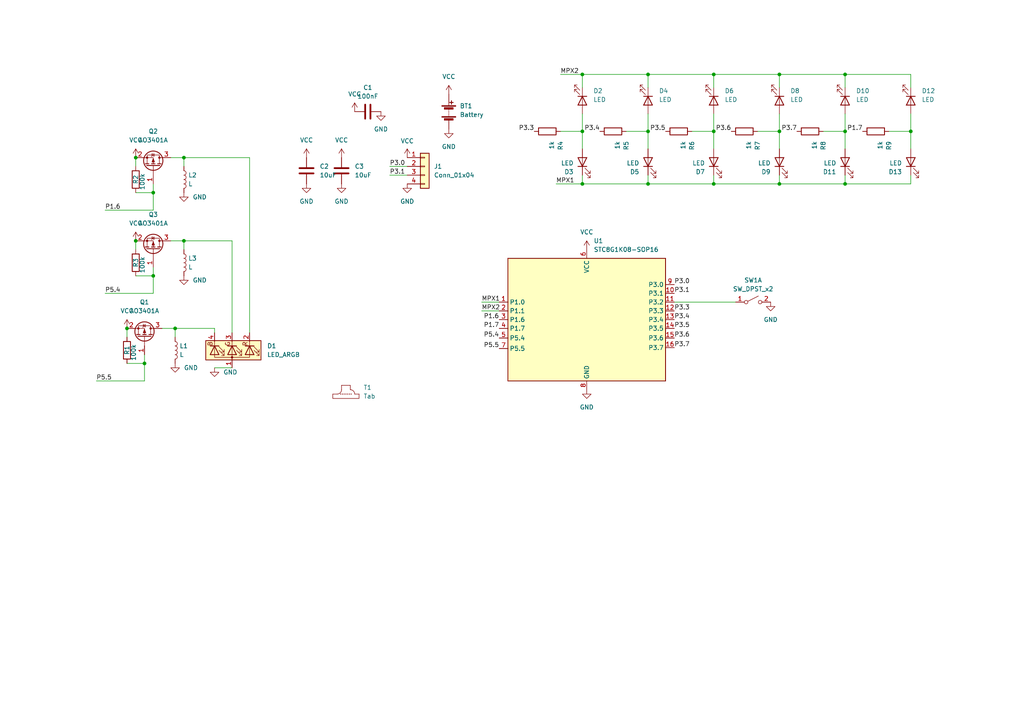
<source format=kicad_sch>
(kicad_sch (version 20211123) (generator eeschema)
  (paper "A4")
  (lib_symbols
    (symbol "Connector_Generic:Conn_01x04" (pin_names (offset 1.016) hide)
      (property "Reference" "J" (at 0 5.08 0))
      (property "Value" "Conn_01x04" (at 0 -7.62 0))
      (symbol "Conn_01x04_1_1"
        (rectangle (start -1.27 -4.953) (end 0 -5.207) (stroke (width 0.1524)))
        (rectangle (start -1.27 -2.413) (end 0 -2.667) (stroke (width 0.1524)))
        (rectangle (start -1.27 0.127) (end 0 -0.127) (stroke (width 0.1524)))
        (rectangle (start -1.27 2.667) (end 0 2.413) (stroke (width 0.1524)))
        (rectangle (start -1.27 3.81) (end 1.27 -6.35) (stroke (width 0.254)) (fill (type background)))
        (pin passive line (at -5.08 2.54 0) (length 3.81) (name "Pin_1") (number "1"))
        (pin passive line (at -5.08 0 0) (length 3.81) (name "Pin_2") (number "2"))
        (pin passive line (at -5.08 -2.54 0) (length 3.81) (name "Pin_3") (number "3"))
        (pin passive line (at -5.08 -5.08 0) (length 3.81) (name "Pin_4") (number "4"))
      )
    )
    (symbol "Device:Battery" (pin_numbers hide) (pin_names (offset 0) hide)
      (property "Reference" "BT" (at 2.54 2.54 0))
      (property "Value" "Battery" (at 2.54 0 0))
      (symbol "Battery_0_1"
        (rectangle (start -2.032 -1.397) (end 2.032 -1.651) (fill (type outline)))
        (rectangle (start -2.032 1.778) (end 2.032 1.524) (fill (type outline)))
        (rectangle (start -1.3208 -1.9812) (end 1.27 -2.4892) (fill (type outline)))
        (rectangle (start -1.3208 1.1938) (end 1.27 0.6858) (fill (type outline)))
        (polyline (pts (xy 0 -1.524) (xy 0 -1.27)))
        (polyline (pts (xy 0 -1.016) (xy 0 -0.762)))
        (polyline (pts (xy 0 -0.508) (xy 0 -0.254)))
        (polyline (pts (xy 0 0) (xy 0 0.254)))
        (polyline (pts (xy 0 0.508) (xy 0 0.762)))
        (polyline (pts (xy 0 1.778) (xy 0 2.54)))
        (polyline (pts (xy 0.254 2.667) (xy 1.27 2.667)) (stroke (width 0.254)))
        (polyline (pts (xy 0.762 3.175) (xy 0.762 2.159)) (stroke (width 0.254)))
      )
      (symbol "Battery_1_1"
        (pin passive line (at 0 5.08 270) (length 2.54) (name "+") (number "1"))
        (pin passive line (at 0 -5.08 90) (length 2.54) (name "-") (number "2"))
      )
    )
    (symbol "Device:C" (pin_numbers hide) (pin_names (offset 0.254))
      (property "Reference" "C" (at 0.635 2.54 0))
      (property "Value" "C" (at 0.635 -2.54 0))
      (symbol "C_0_1"
        (polyline (pts (xy -2.032 -0.762) (xy 2.032 -0.762)) (stroke (width 0.508)))
        (polyline (pts (xy -2.032 0.762) (xy 2.032 0.762)) (stroke (width 0.508)))
      )
      (symbol "C_1_1"
        (pin passive line (at 0 3.81 270) (length 2.794) (name "~") (number "1"))
        (pin passive line (at 0 -3.81 90) (length 2.794) (name "~") (number "2"))
      )
    )
    (symbol "Device:L" (pin_numbers hide) (pin_names (offset 1.016) hide)
      (property "Reference" "L" (at -1.27 0 90))
      (property "Value" "L" (at 1.905 0 90))
      (symbol "L_0_1"
        (arc (start 0 -2.54) (mid 0.635 -1.905) (end 0 -1.27))
        (arc (start 0 -1.27) (mid 0.635 -0.635) (end 0 0))
        (arc (start 0 0) (mid 0.635 0.635) (end 0 1.27))
        (arc (start 0 1.27) (mid 0.635 1.905) (end 0 2.54))
      )
      (symbol "L_1_1"
        (pin passive line (at 0 3.81 270) (length 1.27) (name "1") (number "1"))
        (pin passive line (at 0 -3.81 90) (length 1.27) (name "2") (number "2"))
      )
    )
    (symbol "Device:LED" (pin_numbers hide) (pin_names (offset 1.016) hide)
      (property "Reference" "D" (at 0 2.54 0))
      (property "Value" "LED" (at 0 -2.54 0))
      (symbol "LED_0_1"
        (polyline (pts (xy -1.27 -1.27) (xy -1.27 1.27)) (stroke (width 0.254)))
        (polyline (pts (xy -1.27 0) (xy 1.27 0)))
        (polyline (pts (xy 1.27 -1.27) (xy 1.27 1.27) (xy -1.27 0) (xy 1.27 -1.27)) (stroke (width 0.254)))
        (polyline (pts (xy -3.048 -0.762) (xy -4.572 -2.286) (xy -3.81 -2.286) (xy -4.572 -2.286) (xy -4.572 -1.524)))
        (polyline (pts (xy -1.778 -0.762) (xy -3.302 -2.286) (xy -2.54 -2.286) (xy -3.302 -2.286) (xy -3.302 -1.524)))
      )
      (symbol "LED_1_1"
        (pin passive line (at -3.81 0 0) (length 2.54) (name "K") (number "1"))
        (pin passive line (at 3.81 0 180) (length 2.54) (name "A") (number "2"))
      )
    )
    (symbol "Device:LED_ARGB" (pin_names (offset 0) hide)
      (property "Reference" "D" (at 0 9.398 0))
      (property "Value" "LED_ARGB" (at 0 -8.89 0))
      (symbol "LED_ARGB_0_0"
        (text "B" (at -1.905 -6.35 0) (effects (font (size 1.27 1.27))))
        (text "G" (at -1.905 -1.27 0) (effects (font (size 1.27 1.27))))
        (text "R" (at -1.905 3.81 0) (effects (font (size 1.27 1.27))))
      )
      (symbol "LED_ARGB_0_1"
        (polyline (pts (xy -1.27 -5.08) (xy -2.54 -5.08)))
        (polyline (pts (xy -1.27 -5.08) (xy 1.27 -5.08)))
        (polyline (pts (xy -1.27 -3.81) (xy -1.27 -6.35)) (stroke (width 0.254)))
        (polyline (pts (xy -1.27 0) (xy -2.54 0)))
        (polyline (pts (xy -1.27 1.27) (xy -1.27 -1.27)) (stroke (width 0.254)))
        (polyline (pts (xy -1.27 5.08) (xy -2.54 5.08)))
        (polyline (pts (xy -1.27 5.08) (xy 1.27 5.08)))
        (polyline (pts (xy -1.27 6.35) (xy -1.27 3.81)) (stroke (width 0.254)))
        (polyline (pts (xy 1.27 0) (xy -1.27 0)))
        (polyline (pts (xy 1.27 0) (xy 2.54 0)))
        (polyline (pts (xy -1.27 1.27) (xy -1.27 -1.27) (xy -1.27 -1.27)))
        (polyline (pts (xy -1.27 6.35) (xy -1.27 3.81) (xy -1.27 3.81)))
        (polyline (pts (xy 1.27 -5.08) (xy 2.032 -5.08) (xy 2.032 5.08) (xy 1.27 5.08)))
        (polyline (pts (xy 1.27 -3.81) (xy 1.27 -6.35) (xy -1.27 -5.08) (xy 1.27 -3.81)) (stroke (width 0.254)))
        (polyline (pts (xy 1.27 1.27) (xy 1.27 -1.27) (xy -1.27 0) (xy 1.27 1.27)) (stroke (width 0.254)))
        (polyline (pts (xy 1.27 6.35) (xy 1.27 3.81) (xy -1.27 5.08) (xy 1.27 6.35)) (stroke (width 0.254)))
        (polyline (pts (xy -1.016 -3.81) (xy 0.508 -2.286) (xy -0.254 -2.286) (xy 0.508 -2.286) (xy 0.508 -3.048)))
        (polyline (pts (xy -1.016 1.27) (xy 0.508 2.794) (xy -0.254 2.794) (xy 0.508 2.794) (xy 0.508 2.032)))
        (polyline (pts (xy -1.016 6.35) (xy 0.508 7.874) (xy -0.254 7.874) (xy 0.508 7.874) (xy 0.508 7.112)))
        (polyline (pts (xy 0 -3.81) (xy 1.524 -2.286) (xy 0.762 -2.286) (xy 1.524 -2.286) (xy 1.524 -3.048)))
        (polyline (pts (xy 0 1.27) (xy 1.524 2.794) (xy 0.762 2.794) (xy 1.524 2.794) (xy 1.524 2.032)))
        (polyline (pts (xy 0 6.35) (xy 1.524 7.874) (xy 0.762 7.874) (xy 1.524 7.874) (xy 1.524 7.112)))
        (rectangle (start 1.27 -1.27) (end 1.27 1.27))
        (rectangle (start 1.27 1.27) (end 1.27 1.27))
        (rectangle (start 1.27 3.81) (end 1.27 6.35))
        (rectangle (start 1.27 6.35) (end 1.27 6.35))
        (circle (center 2.032 0) (radius 0.254) (fill (type outline)))
        (rectangle (start 2.794 8.382) (end -2.794 -7.62) (stroke (width 0.254)) (fill (type background)))
      )
      (symbol "LED_ARGB_1_1"
        (pin passive line (at 5.08 0 180) (length 2.54) (name "A") (number "1"))
        (pin passive line (at -5.08 5.08 0) (length 2.54) (name "RK") (number "2"))
        (pin passive line (at -5.08 0 0) (length 2.54) (name "GK") (number "3"))
        (pin passive line (at -5.08 -5.08 0) (length 2.54) (name "BK") (number "4"))
      )
    )
    (symbol "Device:R" (pin_numbers hide) (pin_names (offset 0))
      (property "Reference" "R" (at 2.032 0 90))
      (property "Value" "R" (at 0 0 90))
      (symbol "R_0_1"
        (rectangle (start -1.016 -2.54) (end 1.016 2.54) (stroke (width 0.254)))
      )
      (symbol "R_1_1"
        (pin passive line (at 0 3.81 270) (length 1.27) (name "~") (number "1"))
        (pin passive line (at 0 -3.81 90) (length 1.27) (name "~") (number "2"))
      )
    )
    (symbol "Switch:SW_DPST_x2" (pin_names (offset 0) hide)
      (property "Reference" "SW" (at 0 3.175 0))
      (property "Value" "SW_DPST_x2" (at 0 -2.54 0))
      (symbol "SW_DPST_x2_0_0"
        (circle (center -2.032 0) (radius 0.508))
        (polyline (pts (xy -1.524 0.254) (xy 1.524 1.778)))
        (circle (center 2.032 0) (radius 0.508))
      )
      (symbol "SW_DPST_x2_1_1"
        (pin passive line (at -5.08 0 0) (length 2.54) (name "A") (number "1"))
        (pin passive line (at 5.08 0 180) (length 2.54) (name "B") (number "2"))
      )
      (symbol "SW_DPST_x2_2_1"
        (pin passive line (at -5.08 0 0) (length 2.54) (name "A") (number "3"))
        (pin passive line (at 5.08 0 180) (length 2.54) (name "B") (number "4"))
      )
    )
    (symbol "Transistor_FET:AO3401A" (pin_names hide)
      (property "Reference" "Q" (at 5.08 1.905 0))
      (property "Value" "AO3401A" (at 5.08 0 0))
      (symbol "AO3401A_0_1"
        (polyline (pts (xy 0.254 0) (xy -2.54 0)))
        (polyline (pts (xy 0.254 1.905) (xy 0.254 -1.905)) (stroke (width 0.254)))
        (polyline (pts (xy 0.762 -1.27) (xy 0.762 -2.286)) (stroke (width 0.254)))
        (polyline (pts (xy 0.762 0.508) (xy 0.762 -0.508)) (stroke (width 0.254)))
        (polyline (pts (xy 0.762 2.286) (xy 0.762 1.27)) (stroke (width 0.254)))
        (polyline (pts (xy 2.54 2.54) (xy 2.54 1.778)))
        (polyline (pts (xy 2.54 -2.54) (xy 2.54 0) (xy 0.762 0)))
        (polyline (pts (xy 0.762 1.778) (xy 3.302 1.778) (xy 3.302 -1.778) (xy 0.762 -1.778)))
        (polyline (pts (xy 2.286 0) (xy 1.27 0.381) (xy 1.27 -0.381) (xy 2.286 0)) (fill (type outline)))
        (polyline (pts (xy 2.794 -0.508) (xy 2.921 -0.381) (xy 3.683 -0.381) (xy 3.81 -0.254)))
        (polyline (pts (xy 3.302 -0.381) (xy 2.921 0.254) (xy 3.683 0.254) (xy 3.302 -0.381)))
        (circle (center 1.651 0) (radius 2.794) (stroke (width 0.254)))
        (circle (center 2.54 -1.778) (radius 0.254) (fill (type outline)))
        (circle (center 2.54 1.778) (radius 0.254) (fill (type outline)))
      )
      (symbol "AO3401A_1_1"
        (pin input line (at -5.08 0 0) (length 2.54) (name "G") (number "1"))
        (pin passive line (at 2.54 -5.08 90) (length 2.54) (name "S") (number "2"))
        (pin passive line (at 2.54 5.08 270) (length 2.54) (name "D") (number "3"))
      )
    )
    (symbol "karifa:STC8G1K08-SOP16"
      (property "Reference" "U" (at -22.86 19.05 0))
      (property "Value" "STC8G1K08-SOP16" (at 1.27 19.05 0))
      (symbol "STC8G1K08-SOP16_0_1"
        (rectangle (start -22.86 17.78) (end 22.86 -17.78) (stroke (width 0.254)) (fill (type background)))
      )
      (symbol "STC8G1K08-SOP16_1_1"
        (pin bidirectional line (at -25.4 5.08 0) (length 2.54) (name "P1.0") (number "1"))
        (pin bidirectional line (at 25.4 7.62 180) (length 2.54) (name "P3.1") (number "10"))
        (pin bidirectional line (at 25.4 5.08 180) (length 2.54) (name "P3.2") (number "11"))
        (pin bidirectional line (at 25.4 2.54 180) (length 2.54) (name "P3.3") (number "12"))
        (pin bidirectional line (at 25.4 0 180) (length 2.54) (name "P3.4") (number "13"))
        (pin bidirectional line (at 25.4 -2.54 180) (length 2.54) (name "P3.5") (number "14"))
        (pin bidirectional line (at 25.4 -5.334 180) (length 2.54) (name "P3.6") (number "15"))
        (pin bidirectional line (at 25.4 -8.128 180) (length 2.54) (name "P3.7") (number "16"))
        (pin bidirectional line (at -25.4 2.54 0) (length 2.54) (name "P1.1") (number "2"))
        (pin bidirectional line (at -25.4 0 0) (length 2.54) (name "P1.6") (number "3"))
        (pin bidirectional line (at -25.4 -2.54 0) (length 2.54) (name "P1.7") (number "4"))
        (pin bidirectional line (at -25.4 -5.334 0) (length 2.54) (name "P5.4") (number "5"))
        (pin power_in line (at 0 20.32 270) (length 2.54) (name "VCC") (number "6"))
        (pin bidirectional line (at -25.4 -8.382 0) (length 2.54) (name "P5.5") (number "7"))
        (pin power_in line (at 0 -20.32 90) (length 2.54) (name "GND") (number "8"))
        (pin bidirectional line (at 25.4 10.16 180) (length 2.54) (name "P3.0") (number "9"))
      )
    )
    (symbol "kikit:Tab" (in_bom no)
      (property "Reference" "T" (at 0 3.81 0))
      (property "Value" "Tab" (at 0 -2.54 0))
      (symbol "Tab_0_1"
        (arc (start -2.54 0) (mid -1.642 0.372) (end -1.27 1.27) (stroke (width 0.1524)))
        (circle (center -1.524 0) (radius 0.0762) (stroke (width 0.1524)))
        (circle (center -1.016 0) (radius 0.0762) (stroke (width 0.1524)))
        (circle (center -0.508 0) (radius 0.0762) (stroke (width 0.1524)))
        (polyline (pts (xy -3.81 0) (xy -2.54 0)) (stroke (width 0.1524)))
        (polyline (pts (xy -1.27 1.27) (xy -1.27 2.54)) (stroke (width 0.1524)))
        (polyline (pts (xy 1.27 1.27) (xy 1.27 2.54)) (stroke (width 0.1524)))
        (polyline (pts (xy 1.27 2.54) (xy -1.27 2.54)) (stroke (width 0.1524)))
        (polyline (pts (xy 2.54 0) (xy 3.81 0)) (stroke (width 0.1524)))
        (polyline (pts (xy -3.81 0) (xy -3.81 -1.27) (xy 3.81 -1.27) (xy 3.81 0)) (stroke (width 0.1524)))
        (circle (center 0 0) (radius 0.0762) (stroke (width 0.1524)))
        (circle (center 0.508 0) (radius 0.0762) (stroke (width 0.1524)))
        (circle (center 1.016 0) (radius 0.0762) (stroke (width 0.1524)))
        (circle (center 1.524 0) (radius 0.0762) (stroke (width 0.1524)))
        (arc (start 2.54 0) (mid 3.438 2.168) (end 1.27 1.27) (stroke (width 0.1524)))
      )
    )
    (symbol "power:GND" (power) (pin_names (offset 0))
      (property "Value" "GND" (at 0 -3.81 0))
      (symbol "GND_0_1"
        (polyline (pts (xy 0 0) (xy 0 -1.27) (xy 1.27 -1.27) (xy 0 -2.54) (xy -1.27 -1.27) (xy 0 -1.27)))
      )
      (symbol "GND_1_1"
        (pin power_in line (at 0 0 270) (length 0) hide (name "GND") (number "1"))
      )
    )
    (symbol "power:VCC" (power) (pin_names (offset 0))
      (property "Value" "VCC" (at 0 3.81 0))
      (symbol "VCC_0_1"
        (polyline (pts (xy -0.762 1.27) (xy 0 2.54)))
        (polyline (pts (xy 0 0) (xy 0 2.54)))
        (polyline (pts (xy 0 2.54) (xy 0.762 1.27)))
      )
      (symbol "VCC_1_1"
        (pin power_in line (at 0 0 90) (length 0) hide (name "VCC") (number "1"))
      )
    )
  )
  (junction (at 36.83 95.25))
  (junction (at 168.91 38.1))
  (junction (at 245.11 21.59))
  (junction (at 39.37 45.72))
  (junction (at 245.11 53.34))
  (junction (at 50.8 95.25))
  (junction (at 207.01 53.34))
  (junction (at 264.16 38.1))
  (junction (at 44.45 80.01))
  (junction (at 207.01 38.1))
  (junction (at 226.06 38.1))
  (junction (at 39.37 69.85))
  (junction (at 44.45 55.88))
  (junction (at 168.91 21.59))
  (junction (at 53.34 45.72))
  (junction (at 226.06 21.59))
  (junction (at 41.91 105.41))
  (junction (at 187.96 38.1))
  (junction (at 187.96 21.59))
  (junction (at 245.11 38.1))
  (junction (at 226.06 53.34))
  (junction (at 53.34 69.85))
  (junction (at 187.96 53.34))
  (junction (at 168.91 53.34))
  (junction (at 207.01 21.59))
  (wire (pts (xy 187.96 21.59) (xy 168.91 21.59)))
  (wire (pts (xy 226.06 50.8) (xy 226.06 53.34)))
  (wire (pts (xy 245.11 33.02) (xy 245.11 38.1)))
  (wire (pts (xy 139.7 90.17) (xy 144.78 90.17)))
  (wire (pts (xy 207.01 33.02) (xy 207.01 38.1)))
  (wire (pts (xy 44.45 55.88) (xy 44.45 60.96)))
  (wire (pts (xy 226.06 33.02) (xy 226.06 38.1)))
  (wire (pts (xy 264.16 25.4) (xy 264.16 21.59)))
  (wire (pts (xy 139.7 87.63) (xy 144.78 87.63)))
  (wire (pts (xy 44.45 55.88) (xy 44.45 53.34)))
  (wire (pts (xy 36.83 105.41) (xy 41.91 105.41)))
  (wire (pts (xy 207.01 25.4) (xy 207.01 21.59)))
  (wire (pts (xy 53.34 69.85) (xy 53.34 72.39)))
  (wire (pts (xy 39.37 80.01) (xy 44.45 80.01)))
  (wire (pts (xy 49.53 45.72) (xy 53.34 45.72)))
  (wire (pts (xy 245.11 50.8) (xy 245.11 53.34)))
  (wire (pts (xy 53.34 69.85) (xy 67.31 69.85)))
  (wire (pts (xy 162.56 38.1) (xy 168.91 38.1)))
  (wire (pts (xy 162.56 21.59) (xy 168.91 21.59)))
  (wire (pts (xy 44.45 80.01) (xy 44.45 85.09)))
  (wire (pts (xy 226.06 25.4) (xy 226.06 21.59)))
  (wire (pts (xy 245.11 25.4) (xy 245.11 21.59)))
  (wire (pts (xy 36.83 95.25) (xy 36.83 97.79)))
  (wire (pts (xy 245.11 38.1) (xy 245.11 43.18)))
  (wire (pts (xy 39.37 69.85) (xy 39.37 72.39)))
  (wire (pts (xy 181.61 38.1) (xy 187.96 38.1)))
  (wire (pts (xy 113.03 50.8) (xy 118.11 50.8)))
  (wire (pts (xy 41.91 105.41) (xy 41.91 102.87)))
  (wire (pts (xy 30.48 60.96) (xy 44.45 60.96)))
  (wire (pts (xy 50.8 95.25) (xy 50.8 97.79)))
  (wire (pts (xy 168.91 53.34) (xy 187.96 53.34)))
  (wire (pts (xy 226.06 38.1) (xy 226.06 43.18)))
  (wire (pts (xy 238.76 38.1) (xy 245.11 38.1)))
  (wire (pts (xy 207.01 38.1) (xy 207.01 43.18)))
  (wire (pts (xy 39.37 55.88) (xy 44.45 55.88)))
  (wire (pts (xy 27.94 110.49) (xy 41.91 110.49)))
  (wire (pts (xy 46.99 95.25) (xy 50.8 95.25)))
  (wire (pts (xy 264.16 50.8) (xy 264.16 53.34)))
  (wire (pts (xy 245.11 21.59) (xy 226.06 21.59)))
  (wire (pts (xy 72.39 45.72) (xy 72.39 96.52)))
  (wire (pts (xy 207.01 53.34) (xy 226.06 53.34)))
  (wire (pts (xy 53.34 45.72) (xy 72.39 45.72)))
  (wire (pts (xy 187.96 53.34) (xy 207.01 53.34)))
  (wire (pts (xy 195.58 87.63) (xy 213.36 87.63)))
  (wire (pts (xy 219.71 38.1) (xy 226.06 38.1)))
  (wire (pts (xy 207.01 21.59) (xy 187.96 21.59)))
  (wire (pts (xy 49.53 69.85) (xy 53.34 69.85)))
  (wire (pts (xy 257.81 38.1) (xy 264.16 38.1)))
  (wire (pts (xy 161.29 53.34) (xy 168.91 53.34)))
  (wire (pts (xy 62.23 95.25) (xy 50.8 95.25)))
  (wire (pts (xy 41.91 105.41) (xy 41.91 110.49)))
  (wire (pts (xy 226.06 53.34) (xy 245.11 53.34)))
  (wire (pts (xy 187.96 38.1) (xy 187.96 43.18)))
  (wire (pts (xy 62.23 96.52) (xy 62.23 95.25)))
  (wire (pts (xy 264.16 33.02) (xy 264.16 38.1)))
  (wire (pts (xy 30.48 85.09) (xy 44.45 85.09)))
  (wire (pts (xy 245.11 53.34) (xy 264.16 53.34)))
  (wire (pts (xy 187.96 50.8) (xy 187.96 53.34)))
  (wire (pts (xy 53.34 45.72) (xy 53.34 48.26)))
  (wire (pts (xy 187.96 33.02) (xy 187.96 38.1)))
  (wire (pts (xy 168.91 38.1) (xy 168.91 43.18)))
  (wire (pts (xy 226.06 21.59) (xy 207.01 21.59)))
  (wire (pts (xy 39.37 45.72) (xy 39.37 48.26)))
  (wire (pts (xy 200.66 38.1) (xy 207.01 38.1)))
  (wire (pts (xy 168.91 50.8) (xy 168.91 53.34)))
  (wire (pts (xy 168.91 25.4) (xy 168.91 21.59)))
  (wire (pts (xy 67.31 69.85) (xy 67.31 96.52)))
  (wire (pts (xy 113.03 48.26) (xy 118.11 48.26)))
  (wire (pts (xy 207.01 50.8) (xy 207.01 53.34)))
  (wire (pts (xy 264.16 21.59) (xy 245.11 21.59)))
  (wire (pts (xy 187.96 25.4) (xy 187.96 21.59)))
  (wire (pts (xy 264.16 38.1) (xy 264.16 43.18)))
  (wire (pts (xy 44.45 80.01) (xy 44.45 77.47)))
  (wire (pts (xy 62.23 106.68) (xy 67.31 106.68)))
  (wire (pts (xy 168.91 33.02) (xy 168.91 38.1)))
  (label "P3.4" (at 195.58 92.71 0))
  (label "P5.4" (at 144.78 98.044 180))
  (label "P3.6" (at 212.09 38.1 180))
  (label "MPX1" (at 139.7 87.63 0))
  (label "MPX2" (at 139.7 90.17 0))
  (label "P5.5" (at 27.94 110.49 0))
  (label "P3.0" (at 195.58 82.55 0))
  (label "P3.0" (at 113.03 48.26 0))
  (label "P1.7" (at 250.19 38.1 180))
  (label "P3.3" (at 154.94 38.1 180))
  (label "P3.7" (at 231.14 38.1 180))
  (label "P3.4" (at 173.99 38.1 180))
  (label "P1.6" (at 30.48 60.96 0))
  (label "P3.1" (at 195.58 85.09 0))
  (label "P5.5" (at 144.78 101.092 180))
  (label "P3.5" (at 195.58 95.25 0))
  (label "P1.7" (at 144.78 95.25 180))
  (label "P3.1" (at 113.03 50.8 0))
  (label "MPX2" (at 162.56 21.59 0))
  (label "P3.5" (at 193.04 38.1 180))
  (label "P3.6" (at 195.58 98.044 0))
  (label "MPX1" (at 161.29 53.34 0))
  (label "P1.6" (at 144.78 92.71 180))
  (label "P5.4" (at 30.48 85.09 0))
  (label "P3.7" (at 195.58 100.838 0))
  (label "P3.3" (at 195.58 90.17 0))
  (symbol (lib_id "Device:LED") (at 245.11 46.99 90) (unit 1)
    (property "Reference" "D11" (at 242.57 49.8476 90) (effects (justify left)))
    (property "Value" "LED" (at 242.57 47.3076 90) (effects (justify left)))
    (property "Footprint" "LED_SMD:LED_0805_2012Metric" (effects hide))
  )
  (symbol (lib_id "Device:R") (at 39.37 76.2 0) (unit 1)
    (property "Reference" "R3" (at 39.37 76.2 90))
    (property "Value" "100k" (at 41.275 76.835 90))
    (property "Footprint" "Resistor_SMD:R_0603_1608Metric" (effects hide))
  )
  (symbol (lib_id "Device:R") (at 254 38.1 270) (unit 1)
    (property "Reference" "R9" (at 257.8101 40.894 0) (effects (justify left)))
    (property "Value" "1k" (at 255.2701 40.894 0) (effects (justify left)))
    (property "Footprint" "Resistor_SMD:R_0603_1608Metric" (effects hide))
  )
  (symbol (lib_id "kikit:Tab") (at 100.33 114.3 0) (unit 1) (in_bom no)
    (property "Reference" "T1" (at 105.41 112.3949 0) (effects (justify left)))
    (property "Value" "Tab" (at 105.41 114.9349 0) (effects (justify left)))
    (property "Footprint" "kikit:Tab" (effects hide))
  )
  (symbol (lib_id "Device:L") (at 53.34 52.07 0) (unit 1)
    (property "Reference" "L2" (at 54.61 50.7999 0) (effects (justify left)))
    (property "Value" "L" (at 54.61 53.3399 0) (effects (justify left)))
    (property "Footprint" "Inductor_SMD:L_1008_2520Metric" (effects hide))
  )
  (symbol (lib_id "Device:C") (at 99.06 49.53 0) (unit 1)
    (property "Reference" "C3" (at 102.87 48.2599 0) (effects (justify left)))
    (property "Value" "10uF" (at 102.87 50.7999 0) (effects (justify left)))
    (property "Footprint" "Capacitor_SMD:C_0805_2012Metric" (effects hide))
  )
  (symbol (lib_id "Device:LED") (at 207.01 29.21 270) (unit 1)
    (property "Reference" "D6" (at 210.185 26.3524 90) (effects (justify left)))
    (property "Value" "LED" (at 210.185 28.8924 90) (effects (justify left)))
    (property "Footprint" "LED_SMD:LED_0805_2012Metric" (effects hide))
  )
  (symbol (lib_id "Transistor_FET:AO3401A") (at 44.45 72.39 270) (mirror x) (unit 1)
    (property "Reference" "Q3" (at 44.45 62.23 90))
    (property "Value" "AO3401A" (at 44.45 64.77 90))
    (property "Footprint" "Package_TO_SOT_SMD:SOT-23" (effects hide))
    (property "Datasheet" "http://www.aosmd.com/pdfs/datasheet/AO3401A.pdf" (effects hide))
  )
  (symbol (lib_id "Device:R") (at 36.83 101.6 0) (unit 1)
    (property "Reference" "R1" (at 36.83 101.6 90))
    (property "Value" "100k" (at 38.735 102.235 90))
    (property "Footprint" "Resistor_SMD:R_0603_1608Metric" (effects hide))
  )
  (symbol (lib_id "power:GND") (at 118.11 53.34 0) (unit 1)
    (property "Reference" "#PWR0110" (effects hide))
    (property "Value" "GND" (at 118.11 58.42 0))
  )
  (symbol (lib_id "Device:LED") (at 168.91 29.21 270) (unit 1)
    (property "Reference" "D2" (at 172.085 26.3524 90) (effects (justify left)))
    (property "Value" "LED" (at 172.085 28.8924 90) (effects (justify left)))
    (property "Footprint" "LED_SMD:LED_0805_2012Metric" (effects hide))
  )
  (symbol (lib_id "power:GND") (at 99.06 53.34 0) (unit 1)
    (property "Reference" "#PWR0120" (effects hide))
    (property "Value" "GND" (at 99.06 58.42 0))
  )
  (symbol (lib_id "Device:LED") (at 187.96 29.21 270) (unit 1)
    (property "Reference" "D4" (at 191.135 26.3524 90) (effects (justify left)))
    (property "Value" "LED" (at 191.135 28.8924 90) (effects (justify left)))
    (property "Footprint" "LED_SMD:LED_0805_2012Metric" (effects hide))
  )
  (symbol (lib_id "Device:L") (at 53.34 76.2 0) (unit 1)
    (property "Reference" "L3" (at 54.61 74.9299 0) (effects (justify left)))
    (property "Value" "L" (at 54.61 77.4699 0) (effects (justify left)))
    (property "Footprint" "Inductor_SMD:L_1008_2520Metric" (effects hide))
  )
  (symbol (lib_id "Device:R") (at 215.9 38.1 270) (unit 1)
    (property "Reference" "R7" (at 219.7101 40.894 0) (effects (justify left)))
    (property "Value" "1k" (at 217.1701 40.894 0) (effects (justify left)))
    (property "Footprint" "Resistor_SMD:R_0603_1608Metric" (effects hide))
  )
  (symbol (lib_id "Device:Battery") (at 130.175 32.385 0) (unit 1)
    (property "Reference" "BT1" (at 133.35 30.7339 0) (effects (justify left)))
    (property "Value" "Battery" (at 133.35 33.2739 0) (effects (justify left)))
    (property "Footprint" "karifa:CR2032_Holder" (effects hide))
  )
  (symbol (lib_id "Device:LED") (at 264.16 46.99 90) (unit 1)
    (property "Reference" "D13" (at 261.62 49.8476 90) (effects (justify left)))
    (property "Value" "LED" (at 261.62 47.3076 90) (effects (justify left)))
    (property "Footprint" "LED_SMD:LED_0805_2012Metric" (effects hide))
  )
  (symbol (lib_id "power:VCC") (at 39.37 69.85 0) (unit 1)
    (property "Reference" "#PWR0116" (effects hide))
    (property "Value" "VCC" (at 39.37 64.77 0))
  )
  (symbol (lib_id "Device:LED") (at 245.11 29.21 270) (unit 1)
    (property "Reference" "D10" (at 248.285 26.3524 90) (effects (justify left)))
    (property "Value" "LED" (at 248.285 28.8924 90) (effects (justify left)))
    (property "Footprint" "LED_SMD:LED_0805_2012Metric" (effects hide))
  )
  (symbol (lib_id "power:GND") (at 62.23 106.68 0) (unit 1)
    (property "Reference" "#PWR0107" (effects hide))
    (property "Value" "GND" (at 64.77 107.9499 0) (effects (justify left)))
  )
  (symbol (lib_id "Device:LED") (at 264.16 29.21 270) (unit 1)
    (property "Reference" "D12" (at 267.335 26.3524 90) (effects (justify left)))
    (property "Value" "LED" (at 267.335 28.8924 90) (effects (justify left)))
    (property "Footprint" "LED_SMD:LED_0805_2012Metric" (effects hide))
  )
  (symbol (lib_id "power:VCC") (at 88.9 45.72 0) (unit 1)
    (property "Reference" "#PWR0117" (effects hide))
    (property "Value" "VCC" (at 88.9 40.64 0))
  )
  (symbol (lib_id "power:VCC") (at 39.37 45.72 0) (unit 1)
    (property "Reference" "#PWR0115" (effects hide))
    (property "Value" "VCC" (at 39.37 40.64 0))
  )
  (symbol (lib_id "power:GND") (at 53.34 55.88 0) (unit 1)
    (property "Reference" "#PWR0114" (effects hide))
    (property "Value" "GND" (at 55.88 57.1499 0) (effects (justify left)))
  )
  (symbol (lib_id "Device:R") (at 196.85 38.1 270) (unit 1)
    (property "Reference" "R6" (at 200.6601 40.894 0) (effects (justify left)))
    (property "Value" "1k" (at 198.1201 40.894 0) (effects (justify left)))
    (property "Footprint" "Resistor_SMD:R_0603_1608Metric" (effects hide))
  )
  (symbol (lib_id "power:VCC") (at 130.175 27.305 0) (unit 1)
    (property "Reference" "#PWR0105" (effects hide))
    (property "Value" "VCC" (at 130.175 22.225 0))
  )
  (symbol (lib_id "karifa:STC8G1K08-SOP16") (at 170.18 92.71 0) (unit 1)
    (property "Reference" "U1" (at 172.1994 69.85 0) (effects (justify left)))
    (property "Value" "STC8G1K08-SOP16" (at 172.1994 72.39 0) (effects (justify left)))
    (property "Footprint" "Package_SO:STC_SOP-16_3.9x9.9mm_P1.27mm" (effects hide))
  )
  (symbol (lib_id "Device:R") (at 158.75 38.1 270) (unit 1)
    (property "Reference" "R4" (at 162.5601 40.894 0) (effects (justify left)))
    (property "Value" "1k" (at 160.0201 40.894 0) (effects (justify left)))
    (property "Footprint" "Resistor_SMD:R_0603_1608Metric" (effects hide))
  )
  (symbol (lib_id "power:GND") (at 170.18 113.03 0) (unit 1)
    (property "Reference" "#PWR0112" (effects hide))
    (property "Value" "GND" (at 170.18 118.11 0))
  )
  (symbol (lib_id "Device:LED") (at 187.96 46.99 90) (unit 1)
    (property "Reference" "D5" (at 185.42 49.8476 90) (effects (justify left)))
    (property "Value" "LED" (at 185.42 47.3076 90) (effects (justify left)))
    (property "Footprint" "LED_SMD:LED_0805_2012Metric" (effects hide))
  )
  (symbol (lib_id "power:GND") (at 53.34 80.01 0) (unit 1)
    (property "Reference" "#PWR0113" (effects hide))
    (property "Value" "GND" (at 55.88 81.2799 0) (effects (justify left)))
  )
  (symbol (lib_id "Device:R") (at 177.8 38.1 270) (unit 1)
    (property "Reference" "R5" (at 181.6101 40.894 0) (effects (justify left)))
    (property "Value" "1k" (at 179.0701 40.894 0) (effects (justify left)))
    (property "Footprint" "Resistor_SMD:R_0603_1608Metric" (effects hide))
  )
  (symbol (lib_id "Device:LED_ARGB") (at 67.31 101.6 270) (unit 1)
    (property "Reference" "D1" (at 77.47 100.3299 90) (effects (justify left)))
    (property "Value" "LED_ARGB" (at 77.47 102.8699 90) (effects (justify left)))
    (property "Footprint" "LED_SMD:LED_RGB_Wuerth-PLCC4_3.2x2.8mm_150141M173100" (effects hide))
  )
  (symbol (lib_id "Transistor_FET:AO3401A") (at 44.45 48.26 270) (mirror x) (unit 1)
    (property "Reference" "Q2" (at 44.45 38.1 90))
    (property "Value" "AO3401A" (at 44.45 40.64 90))
    (property "Footprint" "Package_TO_SOT_SMD:SOT-23" (effects hide))
    (property "Datasheet" "http://www.aosmd.com/pdfs/datasheet/AO3401A.pdf" (effects hide))
  )
  (symbol (lib_id "Device:LED") (at 226.06 46.99 90) (unit 1)
    (property "Reference" "D9" (at 223.52 49.8476 90) (effects (justify left)))
    (property "Value" "LED" (at 223.52 47.3076 90) (effects (justify left)))
    (property "Footprint" "LED_SMD:LED_0805_2012Metric" (effects hide))
  )
  (symbol (lib_id "Device:C") (at 88.9 49.53 0) (unit 1)
    (property "Reference" "C2" (at 92.71 48.2599 0) (effects (justify left)))
    (property "Value" "10uF" (at 92.71 50.7999 0) (effects (justify left)))
    (property "Footprint" "Capacitor_SMD:C_0805_2012Metric" (effects hide))
  )
  (symbol (lib_id "power:GND") (at 88.9 53.34 0) (unit 1)
    (property "Reference" "#PWR0119" (effects hide))
    (property "Value" "GND" (at 88.9 58.42 0))
  )
  (symbol (lib_id "power:GND") (at 130.175 37.465 0) (unit 1)
    (property "Reference" "#PWR0104" (effects hide))
    (property "Value" "GND" (at 130.175 42.545 0))
  )
  (symbol (lib_id "Connector_Generic:Conn_01x04") (at 123.19 48.26 0) (unit 1)
    (property "Reference" "J1" (at 125.857 48.2599 0) (effects (justify left)))
    (property "Value" "Conn_01x04" (at 125.857 50.7999 0) (effects (justify left)))
    (property "Footprint" "Connector_PinHeader_1.27mm:PinHeader_1x04_P1.27mm_Vertical" (effects hide))
  )
  (symbol (lib_id "Device:R") (at 234.95 38.1 270) (unit 1)
    (property "Reference" "R8" (at 238.7601 40.894 0) (effects (justify left)))
    (property "Value" "1k" (at 236.2201 40.894 0) (effects (justify left)))
    (property "Footprint" "Resistor_SMD:R_0603_1608Metric" (effects hide))
  )
  (symbol (lib_id "power:GND") (at 50.8 105.41 0) (unit 1)
    (property "Reference" "#PWR0108" (effects hide))
    (property "Value" "GND" (at 53.34 106.6799 0) (effects (justify left)))
  )
  (symbol (lib_id "power:VCC") (at 36.83 95.25 0) (unit 1)
    (property "Reference" "#PWR0109" (effects hide))
    (property "Value" "VCC" (at 36.83 90.17 0))
  )
  (symbol (lib_id "Device:C") (at 106.68 32.385 270) (unit 1)
    (property "Reference" "C1" (at 106.68 25.4 90))
    (property "Value" "100nF" (at 106.68 27.94 90))
    (property "Footprint" "Capacitor_SMD:C_0805_2012Metric" (effects hide))
  )
  (symbol (lib_id "power:VCC") (at 170.18 72.39 0) (unit 1)
    (property "Reference" "#PWR0111" (effects hide))
    (property "Value" "VCC" (at 170.18 67.31 0))
  )
  (symbol (lib_id "Device:LED") (at 207.01 46.99 90) (unit 1)
    (property "Reference" "D7" (at 204.47 49.8476 90) (effects (justify left)))
    (property "Value" "LED" (at 204.47 47.3076 90) (effects (justify left)))
    (property "Footprint" "LED_SMD:LED_0805_2012Metric" (effects hide))
  )
  (symbol (lib_id "power:GND") (at 110.49 32.385 0) (unit 1)
    (property "Reference" "#PWR0106" (effects hide))
    (property "Value" "GND" (at 110.49 37.465 0))
  )
  (symbol (lib_id "Device:LED") (at 168.91 46.99 90) (unit 1)
    (property "Reference" "D3" (at 166.37 49.8476 90) (effects (justify left)))
    (property "Value" "LED" (at 166.37 47.3076 90) (effects (justify left)))
    (property "Footprint" "LED_SMD:LED_0805_2012Metric" (effects hide))
  )
  (symbol (lib_id "power:VCC") (at 102.87 32.385 0) (unit 1)
    (property "Reference" "#PWR0103" (effects hide))
    (property "Value" "VCC" (at 102.87 27.305 0))
  )
  (symbol (lib_id "power:VCC") (at 118.11 45.72 0) (unit 1)
    (property "Reference" "#PWR0102" (effects hide))
    (property "Value" "VCC" (at 118.11 40.894 0))
  )
  (symbol (lib_id "Device:L") (at 50.8 101.6 0) (unit 1)
    (property "Reference" "L1" (at 52.07 100.3299 0) (effects (justify left)))
    (property "Value" "L" (at 52.07 102.8699 0) (effects (justify left)))
    (property "Footprint" "Inductor_SMD:L_1008_2520Metric" (effects hide))
  )
  (symbol (lib_id "Switch:SW_DPST_x2") (at 218.44 87.63 0) (unit 1)
    (property "Reference" "SW1" (at 218.44 81.28 0))
    (property "Value" "SW_DPST_x2" (at 218.44 83.82 0))
    (property "Footprint" "karifa:SW_Push_K2-1102SP" (effects hide))
  )
  (symbol (lib_id "power:GND") (at 223.52 87.63 0) (unit 1)
    (property "Reference" "#PWR0101" (effects hide))
    (property "Value" "GND" (at 223.52 92.71 0))
  )
  (symbol (lib_id "Device:R") (at 39.37 52.07 0) (unit 1)
    (property "Reference" "R2" (at 39.37 52.07 90))
    (property "Value" "100k" (at 41.275 52.705 90))
    (property "Footprint" "Resistor_SMD:R_0603_1608Metric" (effects hide))
  )
  (symbol (lib_id "Device:LED") (at 226.06 29.21 270) (unit 1)
    (property "Reference" "D8" (at 229.235 26.3524 90) (effects (justify left)))
    (property "Value" "LED" (at 229.235 28.8924 90) (effects (justify left)))
    (property "Footprint" "LED_SMD:LED_0805_2012Metric" (effects hide))
  )
  (symbol (lib_id "Transistor_FET:AO3401A") (at 41.91 97.79 270) (mirror x) (unit 1)
    (property "Reference" "Q1" (at 41.91 87.63 90))
    (property "Value" "AO3401A" (at 41.91 90.17 90))
    (property "Footprint" "Package_TO_SOT_SMD:SOT-23" (effects hide))
    (property "Datasheet" "http://www.aosmd.com/pdfs/datasheet/AO3401A.pdf" (effects hide))
  )
  (symbol (lib_id "power:VCC") (at 99.06 45.72 0) (unit 1)
    (property "Reference" "#PWR0118" (effects hide))
    (property "Value" "VCC" (at 99.06 40.64 0))
  )
)
</source>
